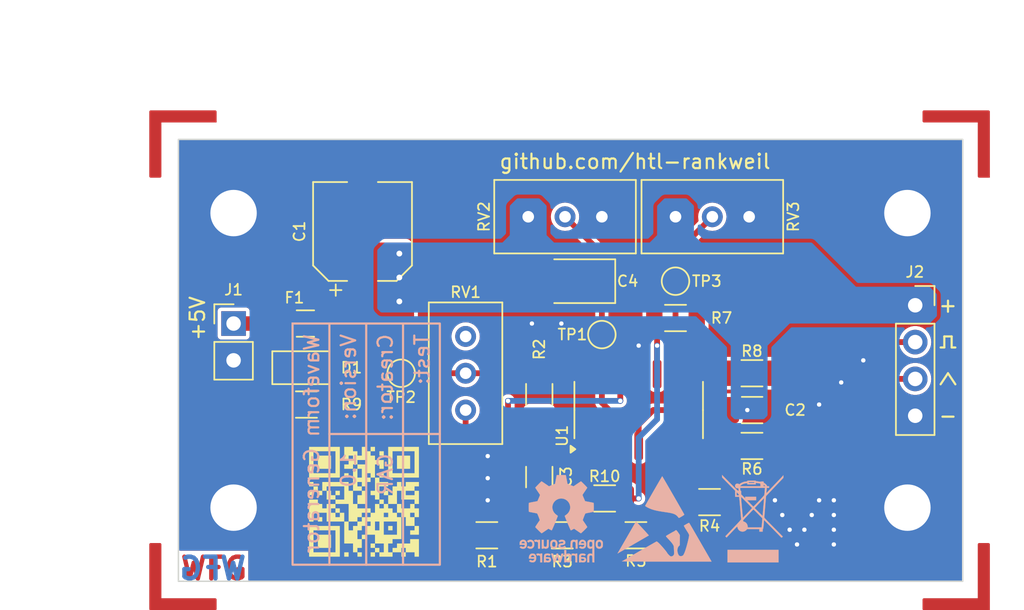
<source format=kicad_pcb>
(kicad_pcb (version 20221018) (generator pcbnew)
  (title_block (title "${acronym} - ${title}") (date "${date}") (rev "${revision}") (company "${company}") (comment 1 "${creator}") (comment 2 "${license}"))
  (layers (0 "F.Cu" signal) (31 "B.Cu" signal) (34 "B.Paste" user) (35 "F.Paste" user) (36 "B.SilkS" user "B.Silkscreen") (37 "F.SilkS" user "F.Silkscreen") (38 "B.Mask" user) (39 "F.Mask" user) (44 "Edge.Cuts" user))
  (property "acronym" "WFG")
  (property "company" "HTL-Rankweil")
  (property "creator" "GAR")
  (property "date" "2023-12-23")
  (property "license" "CC BY-NC-SA 4.0")
  (property "link" "github.com/htl-rankweil")
  (property "revision" "1.0")
  (property "title" "Waveform Generator")
  (net 0 "")
  (net 1 "+5V")
  (net 2 "GND")
  (net 3 "Net-(D1-K)")
  (net 4 "Net-(U1C-+)")
  (net 5 "Net-(U1A-+)")
  (net 6 "Net-(J1-Pin_1)")
  (net 7 "Net-(R2-Pad2)")
  (net 8 "Net-(R1-Pad2)")
  (net 9 "Net-(R4-Pad2)")
  (net 10 "Net-(C3-Pad2)")
  (net 11 "Net-(U1A--)")
  (net 12 "Net-(R7-Pad2)")
  (net 13 "Net-(U1C--)")
  (net 14 "Net-(U1B--)")
  (net 15 "Net-(J2-Pin_3)")
  (net 17 "Net-(J2-Pin_2)")
  (net 18 "Net-(U1D-+)")
  (net 19 "Net-(U1B-+)")
  (footprint "Resistor_SMD:R_1206_3216Metric" (layer "F.Cu") (at 148.087 88.7115 90)
    (fp_text reference "R2" (at 3.1135 0 90) (layer "F.SilkS") (effects (font (size 0.75 0.75) (thickness 0.12))))
    (fp_text value "4k7")
    (pad "1" smd roundrect (at -1.4625 0 90) (size 1.125 1.75) (layers "F.Cu" "F.Paste" "F.Mask") (roundrect_rratio 0.2222222222) (net 11 "Net-(U1A--)"))
    (pad "2" smd roundrect (at 1.4625 0 90) (size 1.125 1.75) (layers "F.Cu" "F.Paste" "F.Mask") (roundrect_rratio 0.2222222222) (net 7 "Net-(R2-Pad2)"))
  )
  (footprint "Fuse:Fuse_1206_3216Metric" (layer "F.Cu") (at 131.955 83.82)
    (fp_text reference "F1" (at -0.759 -1.778) (layer "F.SilkS") (effects (font (size 0.75 0.75) (thickness 0.12))))
    (fp_text value "100m")
    (pad "1" smd roundrect (at -1.4 0) (size 1.25 1.75) (layers "F.Cu" "F.Paste" "F.Mask") (roundrect_rratio 0.2) (net 6 "Net-(J1-Pin_1)"))
    (pad "2" smd roundrect (at 1.4 0) (size 1.25 1.75) (layers "F.Cu" "F.Paste" "F.Mask") (roundrect_rratio 0.2) (net 1 "+5V"))
  )
  (footprint "LED_SMD:LED_1206_3216Metric" (layer "F.Cu") (at 131.955 86.868)
    (fp_text reference "D1" (at 3.178 0) (layer "F.SilkS") (effects (font (size 0.75 0.75) (thickness 0.12))))
    (fp_text value "Green")
    (pad "1" smd roundrect (at -1.4 0) (size 1.25 1.75) (layers "F.Cu" "F.Paste" "F.Mask") (roundrect_rratio 0.2) (net 3 "Net-(D1-K)"))
    (pad "2" smd roundrect (at 1.4 0) (size 1.25 1.75) (layers "F.Cu" "F.Paste" "F.Mask") (roundrect_rratio 0.2) (net 1 "+5V"))
  )
  (footprint "Resistor_SMD:R_1206_3216Metric" (layer "F.Cu") (at 144.4695 98.425 180)
    (fp_text reference "R1" (at 0 -1.82 180) (layer "F.SilkS") (effects (font (size 0.75 0.75) (thickness 0.12))))
    (fp_text value "1k")
    (pad "1" smd roundrect (at -1.4625 0 180) (size 1.125 1.75) (layers "F.Cu" "F.Paste" "F.Mask") (roundrect_rratio 0.2222222222) (net 18 "Net-(U1D-+)"))
    (pad "2" smd roundrect (at 1.4625 0 180) (size 1.125 1.75) (layers "F.Cu" "F.Paste" "F.Mask") (roundrect_rratio 0.2222222222) (net 8 "Net-(R1-Pad2)"))
  )
  (footprint "Potentiometer_THT:Potentiometer_Bourns_3296W_Vertical" (layer "F.Cu") (at 157.485 76.454 180)
    (fp_text reference "RV3" (at -8.128 0 270) (layer "F.SilkS") (effects (font (size 0.75 0.75) (thickness 0.12))))
    (fp_text value "10k")
    (pad "1" thru_hole circle (at 0 0 180) (size 1.44 1.44) (drill 0.8) (layers "*.Cu" "*.Mask") (net 1 "+5V"))
    (pad "2" thru_hole circle (at -2.54 0 180) (size 1.44 1.44) (drill 0.8) (layers "*.Cu" "*.Mask") (net 13 "Net-(U1C--)"))
    (pad "3" thru_hole circle (at -5.08 0 180) (size 1.44 1.44) (drill 0.8) (layers "*.Cu" "*.Mask") (net 2 "GND"))
  )
  (footprint "Potentiometer_THT:Potentiometer_Bourns_3296W_Vertical" (layer "F.Cu") (at 147.325 76.454 180)
    (fp_text reference "RV2" (at 3.048 0 270) (layer "F.SilkS") (effects (font (size 0.75 0.75) (thickness 0.12))))
    (fp_text value "10k")
    (pad "1" thru_hole circle (at 0 0 180) (size 1.44 1.44) (drill 0.8) (layers "*.Cu" "*.Mask") (net 1 "+5V"))
    (pad "2" thru_hole circle (at -2.54 0 180) (size 1.44 1.44) (drill 0.8) (layers "*.Cu" "*.Mask") (net 5 "Net-(U1A-+)"))
    (pad "3" thru_hole circle (at -5.08 0 180) (size 1.44 1.44) (drill 0.8) (layers "*.Cu" "*.Mask") (net 2 "GND"))
  )
  (footprint "Connector_PinHeader_2.54mm:PinHeader_1x02_P2.54mm_Vertical" (layer "F.Cu") (at 127 83.82)
    (fp_text reference "J1" (at 0 -2.33) (layer "F.SilkS") (effects (font (size 0.75 0.75) (thickness 0.12))))
    (fp_text value "Conn_01x02_Pin")
    (pad "1" thru_hole rect (at 0 0) (size 1.7 1.7) (drill 1) (layers "*.Cu" "*.Mask") (net 6 "Net-(J1-Pin_1)"))
    (pad "2" thru_hole oval (at 0 2.54) (size 1.7 1.7) (drill 1) (layers "*.Cu" "*.Mask") (net 2 "GND"))
  )
  (footprint "Resistor_SMD:R_1206_3216Metric" (layer "F.Cu") (at 162.7575 87.249)
    (fp_text reference "R8" (at 0 -1.524) (layer "F.SilkS") (effects (font (size 0.75 0.75) (thickness 0.12))))
    (fp_text value "330")
    (pad "1" smd roundrect (at -1.4625 0) (size 1.125 1.75) (layers "F.Cu" "F.Paste" "F.Mask") (roundrect_rratio 0.2222222222) (net 12 "Net-(R7-Pad2)"))
    (pad "2" smd roundrect (at 1.4625 0) (size 1.125 1.75) (layers "F.Cu" "F.Paste" "F.Mask") (roundrect_rratio 0.2222222222) (net 17 "Net-(J2-Pin_2)"))
  )
  (footprint "Resistor_SMD:R_1206_3216Metric" (layer "F.Cu") (at 162.7575 92.264)
    (fp_text reference "R6" (at 0 1.589) (layer "F.SilkS") (effects (font (size 0.75 0.75) (thickness 0.12))))
    (fp_text value "330")
    (pad "1" smd roundrect (at -1.4625 0) (size 1.125 1.75) (layers "F.Cu" "F.Paste" "F.Mask") (roundrect_rratio 0.2222222222) (net 9 "Net-(R4-Pad2)"))
    (pad "2" smd roundrect (at 1.4625 0) (size 1.125 1.75) (layers "F.Cu" "F.Paste" "F.Mask") (roundrect_rratio 0.2222222222) (net 15 "Net-(J2-Pin_3)"))
  )
  (footprint "Capacitor_SMD:CP_Elec_6.3x4.9" (layer "F.Cu") (at 135.895 77.47 90)
    (fp_text reference "C1" (at 0 -4.35 90) (layer "F.SilkS") (effects (font (size 0.75 0.75) (thickness 0.12))))
    (fp_text value "100u")
    (pad "1" smd roundrect (at -2.8 0 90) (size 3.5 1.6) (layers "F.Cu" "F.Paste" "F.Mask") (roundrect_rratio 0.15625) (net 1 "+5V"))
    (pad "2" smd roundrect (at 2.8 0 90) (size 3.5 1.6) (layers "F.Cu" "F.Paste" "F.Mask") (roundrect_rratio 0.15625) (net 2 "GND"))
  )
  (footprint "Package_SO:SOIC-14_3.9x8.7mm_P1.27mm" (layer "F.Cu") (at 154.945 89.789 90)
    (fp_text reference "U1" (at -1.778 -5.28 90) (layer "F.SilkS") (effects (font (size 0.75 0.75) (thickness 0.12))))
    (fp_text value "LM324")
    (pad "1" smd roundrect (at -2.475 -3.81 90) (size 1.95 0.6) (layers "F.Cu" "F.Paste" "F.Mask") (net 10 "Net-(C3-Pad2)"))
    (pad "2" smd roundrect (at -2.475 -2.54 90) (size 1.95 0.6) (layers "F.Cu" "F.Paste" "F.Mask") (net 11 "Net-(U1A--)"))
    (pad "3" smd roundrect (at -2.475 -1.27 90) (size 1.95 0.6) (layers "F.Cu" "F.Paste" "F.Mask") (net 5 "Net-(U1A-+)"))
    (pad "4" smd roundrect (at -2.475 0 90) (size 1.95 0.6) (layers "F.Cu" "F.Paste" "F.Mask") (net 1 "+5V"))
    (pad "5" smd roundrect (at -2.475 1.27 90) (size 1.95 0.6) (layers "F.Cu" "F.Paste" "F.Mask") (net 19 "Net-(U1B-+)"))
    (pad "6" smd roundrect (at -2.475 2.54 90) (size 1.95 0.6) (layers "F.Cu" "F.Paste" "F.Mask") (net 14 "Net-(U1B--)"))
    (pad "7" smd roundrect (at -2.475 3.81 90) (size 1.95 0.6) (layers "F.Cu" "F.Paste" "F.Mask") (net 9 "Net-(R4-Pad2)"))
    (pad "8" smd roundrect (at 2.475 3.81 90) (size 1.95 0.6) (layers "F.Cu" "F.Paste" "F.Mask") (net 12 "Net-(R7-Pad2)"))
    (pad "9" smd roundrect (at 2.475 2.54 90) (size 1.95 0.6) (layers "F.Cu" "F.Paste" "F.Mask") (net 13 "Net-(U1C--)"))
    (pad "10" smd roundrect (at 2.475 1.27 90) (size 1.95 0.6) (layers "F.Cu" "F.Paste" "F.Mask") (net 4 "Net-(U1C-+)"))
    (pad "11" smd roundrect (at 2.475 0 90) (size 1.95 0.6) (layers "F.Cu" "F.Paste" "F.Mask") (net 2 "GND"))
    (pad "12" smd roundrect (at 2.475 -1.27 90) (size 1.95 0.6) (layers "F.Cu" "F.Paste" "F.Mask") (net 18 "Net-(U1D-+)"))
    (pad "13" smd roundrect (at 2.475 -2.54 90) (size 1.95 0.6) (layers "F.Cu" "F.Paste" "F.Mask") (net 5 "Net-(U1A-+)"))
    (pad "14" smd roundrect (at 2.475 -3.81 90) (size 1.95 0.6) (layers "F.Cu" "F.Paste" "F.Mask") (net 7 "Net-(R2-Pad2)"))
  )
  (footprint "MountingHole:MountingHole_3.2mm_M3_DIN965_Pad" (layer "F.Cu") (at 127 76.2)
    (fp_text reference "H1" hide)
    (fp_text value "MountingHole_Pad")
    (pad "1" thru_hole circle (at 0 0) (size 5.6 5.6) (drill 3.2) (layers "*.Cu" "*.Mask") (net 2 "GND"))
  )
  (footprint "TestPoint:TestPoint_Pad_D1.5mm" (layer "F.Cu") (at 157.485 80.899)
    (fp_text reference "TP3" (at 2.159 0) (layer "F.SilkS") (effects (font (size 0.75 0.75) (thickness 0.12))))
    (fp_text value "TestPoint_Probe")
    (pad "1" smd circle (at 0 0) (size 1.5 1.5) (layers "F.Cu" "F.Mask") (net 13 "Net-(U1C--)"))
  )
  (footprint "MountingHole:MountingHole_3.2mm_M3_DIN965_Pad" (layer "F.Cu") (at 173.482 96.52)
    (fp_text reference "H4" hide)
    (fp_text value "MountingHole_Pad")
    (pad "1" thru_hole circle (at 0 0) (size 5.6 5.6) (drill 3.2) (layers "*.Cu" "*.Mask") (net 2 "GND"))
  )
  (footprint "TestPoint:TestPoint_Pad_D1.5mm" (layer "F.Cu") (at 152.405 84.582)
    (fp_text reference "TP1" (at -2.032 0 180) (layer "F.SilkS") (effects (font (size 0.75 0.75) (thickness 0.12))))
    (fp_text value "TestPoint_Probe")
    (pad "1" smd circle (at 0 0) (size 1.5 1.5) (layers "F.Cu" "F.Mask") (net 5 "Net-(U1A-+)"))
  )
  (footprint "Resistor_SMD:R_1206_3216Metric" (layer "F.Cu") (at 149.6725 98.425 180)
    (fp_text reference "R3" (at 0 -1.82 180) (layer "F.SilkS") (effects (font (size 0.75 0.75) (thickness 0.12))))
    (fp_text value "1k")
    (pad "1" smd roundrect (at -1.4625 0 180) (size 1.125 1.75) (layers "F.Cu" "F.Paste" "F.Mask") (roundrect_rratio 0.2222222222) (net 10 "Net-(C3-Pad2)"))
    (pad "2" smd roundrect (at 1.4625 0 180) (size 1.125 1.75) (layers "F.Cu" "F.Paste" "F.Mask") (roundrect_rratio 0.2222222222) (net 18 "Net-(U1D-+)"))
  )
  (footprint "Resistor_SMD:R_1206_3216Metric" (layer "F.Cu") (at 154.7525 98.425)
    (fp_text reference "R5" (at 0 1.778) (layer "F.SilkS") (effects (font (size 0.75 0.75) (thickness 0.12))))
    (fp_text value "1k")
    (pad "1" smd roundrect (at -1.4625 0) (size 1.125 1.75) (layers "F.Cu" "F.Paste" "F.Mask") (roundrect_rratio 0.2222222222) (net 10 "Net-(C3-Pad2)"))
    (pad "2" smd roundrect (at 1.4625 0) (size 1.125 1.75) (layers "F.Cu" "F.Paste" "F.Mask") (roundrect_rratio 0.2222222222) (net 19 "Net-(U1B-+)"))
  )
  (footprint "Images:QR_0x007e" (layer "F.Cu") (at 136.149 96.266)
    (fp_text reference "FID4" hide)
    (fp_text value "QR" hide)
  )
  (footprint "Resistor_SMD:R_1206_3216Metric" (layer "F.Cu") (at 152.5975 95.885)
    (fp_text reference "R10" (at 0 -1.524) (layer "F.SilkS") (effects (font (size 0.75 0.75) (thickness 0.12))))
    (fp_text value "1k")
    (pad "1" smd roundrect (at -1.4625 0) (size 1.125 1.75) (layers "F.Cu" "F.Paste" "F.Mask") (roundrect_rratio 0.2222222222) (net 10 "Net-(C3-Pad2)"))
    (pad "2" smd roundrect (at 1.4625 0) (size 1.125 1.75) (layers "F.Cu" "F.Paste" "F.Mask") (roundrect_rratio 0.2222222222) (net 4 "Net-(U1C-+)"))
  )
  (footprint "MountingHole:MountingHole_3.2mm_M3_DIN965_Pad" (layer "F.Cu") (at 127 96.52)
    (fp_text reference "H2" hide)
    (fp_text value "MountingHole_Pad")
    (pad "1" thru_hole circle (at 0 0) (size 5.6 5.6) (drill 3.2) (layers "*.Cu" "*.Mask") (net 2 "GND"))
  )
  (footprint "Resistor_SMD:R_1206_3216Metric" (layer "F.Cu") (at 157.485 83.439)
    (fp_text reference "R7" (at 3.175 0) (layer "F.SilkS") (effects (font (size 0.75 0.75) (thickness 0.12))))
    (fp_text value "1Meg")
    (pad "1" smd roundrect (at -1.4625 0) (size 1.125 1.75) (layers "F.Cu" "F.Paste" "F.Mask") (roundrect_rratio 0.2222222222) (net 4 "Net-(U1C-+)"))
    (pad "2" smd roundrect (at 1.4625 0) (size 1.125 1.75) (layers "F.Cu" "F.Paste" "F.Mask") (roundrect_rratio 0.2222222222) (net 12 "Net-(R7-Pad2)"))
  )
  (footprint "Resistor_SMD:R_1206_3216Metric" (layer "F.Cu") (at 159.8325 96.139)
    (fp_text reference "R4" (at 0 1.651) (layer "F.SilkS") (effects (font (size 0.75 0.75) (thickness 0.12))))
    (fp_text value "1k")
    (pad "1" smd roundrect (at -1.4625 0) (size 1.125 1.75) (layers "F.Cu" "F.Paste" "F.Mask") (roundrect_rratio 0.2222222222) (net 14 "Net-(U1B--)"))
    (pad "2" smd roundrect (at 1.4625 0) (size 1.125 1.75) (layers "F.Cu" "F.Paste" "F.Mask") (roundrect_rratio 0.2222222222) (net 9 "Net-(R4-Pad2)"))
  )
  (footprint "Connector_PinSocket_2.54mm:PinSocket_1x04_P2.54mm_Vertical" (layer "F.Cu") (at 174.02 82.56)
    (fp_text reference "J2" (at -0.025 -2.296) (layer "F.SilkS") (effects (font (size 0.75 0.75) (thickness 0.12))))
    (fp_text value "Conn_01x04_Socket")
    (pad "1" thru_hole rect (at 0 0) (size 1.7 1.7) (drill 1) (layers "*.Cu" "*.Mask") (net 1 "+5V"))
    (pad "2" thru_hole oval (at 0 2.54) (size 1.7 1.7) (drill 1) (layers "*.Cu" "*.Mask") (net 17 "Net-(J2-Pin_2)"))
    (pad "3" thru_hole oval (at 0 5.08) (size 1.7 1.7) (drill 1) (layers "*.Cu" "*.Mask") (net 15 "Net-(J2-Pin_3)"))
    (pad "4" thru_hole oval (at 0 7.62) (size 1.7 1.7) (drill 1) (layers "*.Cu" "*.Mask") (net 2 "GND"))
  )
  (footprint "Capacitor_Tantalum_SMD:CP_EIA-3528-21_Kemet-B" (layer "F.Cu") (at 150.8675 80.899 180)
    (fp_text reference "C4" (at -3.3155 0 180) (layer "F.SilkS") (effects (font (size 0.75 0.75) (thickness 0.12))))
    (fp_text value "1u")
    (pad "1" smd roundrect (at -1.5375 0 180) (size 1.325 2.35) (layers "F.Cu" "F.Paste" "F.Mask") (roundrect_rratio 0.1886792453) (net 5 "Net-(U1A-+)"))
    (pad "2" smd roundrect (at 1.5375 0 180) (size 1.325 2.35) (layers "F.Cu" "F.Paste" "F.Mask") (roundrect_rratio 0.1886792453) (net 2 "GND"))
  )
  (footprint "MountingHole:MountingHole_3.2mm_M3_DIN965_Pad" (layer "F.Cu") (at 173.482 76.2)
    (fp_text reference "H3" hide)
    (fp_text value "MountingHole_Pad")
    (pad "1" thru_hole circle (at 0 0) (size 5.6 5.6) (drill 3.2) (layers "*.Cu" "*.Mask") (net 2 "GND"))
  )
  (footprint "Capacitor_SMD:C_1206_3216Metric" (layer "F.Cu") (at 162.77 89.789)
    (fp_text reference "C2" (at 2.97 0) (layer "F.SilkS") (effects (font (size 0.75 0.75) (thickness 0.12))))
    (fp_text value "100n")
    (pad "1" smd roundrect (at -1.475 0) (size 1.15 1.8) (layers "F.Cu" "F.Paste" "F.Mask") (roundrect_rratio 0.2173913043) (net 1 "+5V"))
    (pad "2" smd roundrect (at 1.475 0) (size 1.15 1.8) (layers "F.Cu" "F.Paste" "F.Mask") (roundrect_rratio 0.2173913043) (net 2 "GND"))
  )
  (footprint "Capacitor_SMD:C_1206_3216Metric" (layer "F.Cu") (at 148.087 94.41 -90)
    (fp_text reference "C3" (at 0 -1.85 -90) (layer "F.SilkS") (effects (font (size 0.75 0.75) (thickness 0.12))))
    (fp_text value "100n")
    (pad "1" smd roundrect (at -1.475 0 270) (size 1.15 1.8) (layers "F.Cu" "F.Paste" "F.Mask") (roundrect_rratio 0.2173913043) (net 11 "Net-(U1A--)"))
    (pad "2" smd roundrect (at 1.475 0 270) (size 1.15 1.8) (layers "F.Cu" "F.Paste" "F.Mask") (roundrect_rratio 0.2173913043) (net 10 "Net-(C3-Pad2)"))
  )
  (footprint "Potentiometer_THT:Potentiometer_Bourns_3296W_Vertical" (layer "F.Cu") (at 143.007 89.789 -90)
    (fp_text reference "RV1" (at -8.128 0) (layer "F.SilkS") (effects (font (size 0.75 0.75) (thickness 0.12))))
    (fp_text value "10k")
    (pad "1" thru_hole circle (at 0 0 270) (size 1.44 1.44) (drill 0.8) (layers "*.Cu" "*.Mask") (net 8 "Net-(R1-Pad2)"))
    (pad "2" thru_hole circle (at -2.54 0 270) (size 1.44 1.44) (drill 0.8) (layers "*.Cu" "*.Mask") (net 7 "Net-(R2-Pad2)"))
    (pad "3" thru_hole circle (at -5.08 0 270) (size 1.44 1.44) (drill 0.8) (layers "*.Cu" "*.Mask"))
  )
  (footprint "Resistor_SMD:R_1206_3216Metric" (layer "F.Cu") (at 132.0235 89.408)
    (fp_text reference "R9" (at 3.1095 0) (layer "F.SilkS") (effects (font (size 0.75 0.75) (thickness 0.12))))
    (fp_text value "270")
    (pad "1" smd roundrect (at -1.4625 0) (size 1.125 1.75) (layers "F.Cu" "F.Paste" "F.Mask") (roundrect_rratio 0.2222222222) (net 3 "Net-(D1-K)"))
    (pad "2" smd roundrect (at 1.4625 0) (size 1.125 1.75) (layers "F.Cu" "F.Paste" "F.Mask") (roundrect_rratio 0.2222222222) (net 2 "GND"))
  )
  (footprint "TestPoint:TestPoint_Pad_D1.5mm" (layer "F.Cu") (at 138.562 87.249)
    (fp_text reference "TP2" (at 0 1.651) (layer "F.SilkS") (effects (font (size 0.75 0.75) (thickness 0.12))))
    (fp_text value "TestPoint_Probe")
    (pad "1" smd circle (at 0 0) (size 1.5 1.5) (layers "F.Cu" "F.Mask") (net 7 "Net-(R2-Pad2)"))
  )
  (footprint "Symbol:WEEE-Logo_4.2x6mm_SilkScreen" (layer "B.Cu") (at 162.819 97.282 180)
    (fp_text reference "FID2" hide)
    (fp_text value "Waste" hide)
  )
  (footprint "Symbol:ESD-Logo_6.6x6mm_SilkScreen" (layer "B.Cu") (at 156.723 97.282 180)
    (fp_text reference "FID1" hide)
    (fp_text value "ESD" hide)
  )
  (footprint "Symbol:OSHW-Logo_5.7x6mm_SilkScreen" (layer "B.Cu") (at 149.611 97.282 180)
    (fp_text reference "FID3" hide)
    (fp_text value "OH" hide)
  )
  (gr_poly (pts (xy 174.625 69.85) (xy 174.625 69.215) (xy 179.07 69.215) (xy 179.07 73.66) (xy 178.435 73.66) (xy 178.435 69.85)) (stroke (width 0.2)) (fill solid) (layer "F.Cu"))
  (gr_line (start 127.513 90.17) (end 127.513 91.44) (stroke (width 0.2)) (layer "F.Cu"))
  (gr_poly (pts (xy 174.625 102.87) (xy 174.625 103.505) (xy 179.07 103.505) (xy 179.07 99.06) (xy 178.435 99.06) (xy 178.435 102.87)) (stroke (width 0.2)) (fill solid) (layer "F.Cu"))
  (gr_line (start 126.243 91.44) (end 126.878 90.17) (stroke (width 0.2)) (layer "F.Cu"))
  (gr_line (start 125.608 90.17) (end 126.243 91.44) (stroke (width 0.2)) (layer "F.Cu"))
  (gr_poly (pts (xy 125.73 102.87) (xy 125.73 103.505) (xy 121.285 103.505) (xy 121.285 99.06) (xy 121.92 99.06) (xy 121.92 102.87)) (stroke (width 0.2)) (fill solid) (layer "F.Cu"))
  (gr_poly (pts (xy 125.73 69.85) (xy 125.73 69.215) (xy 121.285 69.215) (xy 121.285 73.66) (xy 121.92 73.66) (xy 121.92 69.85) (xy 122.555 69.85)) (stroke (width 0.2)) (fill solid) (layer "F.Cu"))
  (gr_rect (start 131.069 83.82) (end 141.229 100.457) (stroke (width 0.15)) (fill none) (layer "B.SilkS"))
  (gr_line (start 133.609 91.44) (end 141.229 91.44) (stroke (width 0.15)) (layer "B.SilkS"))
  (gr_line (start 133.609 83.82) (end 133.609 100.457) (stroke (width 0.15)) (layer "B.SilkS"))
  (gr_line (start 136.149 83.82) (end 136.149 100.457) (stroke (width 0.15)) (layer "B.SilkS"))
  (gr_line (start 138.689 83.82) (end 138.689 100.457) (stroke (width 0.15)) (layer "B.SilkS"))
  (gr_line (start 176.027 85.471) (end 176.027 84.709) (stroke (width 0.15)) (layer "F.SilkS"))
  (gr_line (start 176.535 85.471) (end 176.789 85.471) (stroke (width 0.15)) (layer "F.SilkS"))
  (gr_line (start 175.773 85.471) (end 176.027 85.471) (stroke (width 0.15)) (layer "F.SilkS"))
  (gr_line (start 176.027 84.709) (end 176.535 84.709) (stroke (width 0.15)) (layer "F.SilkS"))
  (gr_line (start 176.281 87.249) (end 176.789 88.011) (stroke (width 0.15)) (layer "F.SilkS"))
  (gr_line (start 176.535 84.709) (end 176.535 85.471) (stroke (width 0.15)) (layer "F.SilkS"))
  (gr_line (start 175.773 88.011) (end 176.281 87.249) (stroke (width 0.15)) (layer "F.SilkS"))
  (gr_rect (start 123.195 71.12) (end 177.297 101.6) (stroke (width 0.1)) (fill none) (layer "Edge.Cuts"))
  (gr_text "${acronym}" (at 123.195 101.6) (layer "F.Cu") (effects (font (size 1.5 1.5) (thickness 0.3) bold) (justify left bottom)))
  (gr_text "${acronym}" (at 128.021 101.6) (layer "B.Cu") (effects (font (size 1.5 1.5) (thickness 0.3) bold) (justify left bottom mirror)))
  (gr_text "Creator:   ${creator}" (at 138.054 84.455 90) (layer "B.SilkS") (effects (font (size 1 1)) (justify left bottom mirror)))
  (gr_text "Test:" (at 140.594 84.455 90) (layer "B.SilkS") (effects (font (size 1 1)) (justify left bottom mirror)))
  (gr_text "Version:   ${revision}" (at 135.514 84.455 90) (layer "B.SilkS") (effects (font (size 1 1)) (justify left bottom mirror)))
  (gr_text "${title}" (at 132.974 84.455 90) (layer "B.SilkS") (effects (font (size 1 1)) (justify left bottom mirror)))
  (gr_text "+5V" (at 125.095 85.09 90) (layer "F.SilkS") (effects (font (size 1 1)) (justify left bottom)))
  (gr_text "+" (at 176.281 82.55) (layer "F.SilkS") (effects (font (size 1 1))))
  (gr_text "-" (at 176.281 90.17) (layer "F.SilkS") (effects (font (size 1 1))))
  (gr_text "${link}" (at 154.691 72.644) (layer "F.SilkS") (effects (font (size 1 1))))
  (segment (start 161.295 89.789) (end 162.438 89.789) (width 0.4) (layer "F.Cu") (net 1))
  (segment (start 133.355 83.82) (end 133.355 86.868) (width 0.6) (layer "F.Cu") (net 1))
  (segment (start 154.945 90.793) (end 155.949 89.789) (width 0.4) (layer "F.Cu") (net 1))
  (segment (start 154.945 92.264) (end 154.945 90.793) (width 0.4) (layer "F.Cu") (net 1))
  (segment (start 155.949 89.789) (end 161.09 89.789) (width 0.4) (layer "F.Cu") (net 1))
  (via (at 162.438 89.789) (size 0.4) (drill 0.3) (layers "F.Cu" "B.Cu") (net 1))
  (via (at 138.435 80.645) (size 0.6) (drill 0.4) (layers "F.Cu" "B.Cu") (net 1))
  (via (at 138.435 78.994) (size 0.6) (drill 0.4) (layers "F.Cu" "B.Cu") (net 1))
  (via (at 138.435 82.296) (size 0.6) (drill 0.4) (layers "F.Cu" "B.Cu") (net 1))
  (via (at 154.945 85.344) (size 0.4) (drill 0.3) (layers "F.Cu" "B.Cu") (net 2))
  (via (at 164.343 96.012) (size 0.4) (drill 0.3) (layers "F.Cu" "B.Cu") (net 2))
  (via (at 167.391 96.012) (size 0.4) (drill 0.3) (layers "F.Cu" "B.Cu") (net 2))
  (via (at 168.407 99.06) (size 0.4) (drill 0.3) (layers "F.Cu" "B.Cu") (net 2))
  (via (at 168.915 87.884) (size 0.4) (drill 0.3) (layers "F.Cu" "B.Cu") (net 2))
  (via (at 144.531 96.012) (size 0.4) (drill 0.3) (layers "F.Cu" "B.Cu") (net 2))
  (via (at 170.439 86.36) (size 0.4) (drill 0.3) (layers "F.Cu" "B.Cu") (net 2))
  (via (at 168.407 96.012) (size 0.4) (drill 0.3) (layers "F.Cu" "B.Cu") (net 2))
  (via (at 165.359 98.044) (size 0.4) (drill 0.3) (layers "F.Cu" "B.Cu") (net 2))
  (via (at 149.611 83.82) (size 0.4) (drill 0.3) (layers "F.Cu" "B.Cu") (net 2))
  (via (at 144.531 92.964) (size 0.4) (drill 0.3) (layers "F.Cu" "B.Cu") (net 2))
  (via (at 166.883 97.028) (size 0.4) (drill 0.3) (layers "F.Cu" "B.Cu") (net 2))
  (via (at 166.375 98.044) (size 0.4) (drill 0.3) (layers "F.Cu" "B.Cu") (net 2))
  (via (at 165.867 99.06) (size 0.4) (drill 0.3) (layers "F.Cu" "B.Cu") (net 2))
  (via (at 167.391 89.408) (size 0.4) (drill 0.3) (layers "F.Cu" "B.Cu") (net 2))
  (via (at 144.531 94.488) (size 0.4) (drill 0.3) (layers "F.Cu" "B.Cu") (net 2))
  (via (at 147.579 83.82) (size 0.4) (drill 0.3) (layers "F.Cu" "B.Cu") (net 2))
  (via (at 168.407 98.044) (size 0.4) (drill 0.3) (layers "F.Cu" "B.Cu") (net 2))
  (via (at 164.851 97.028) (size 0.4) (drill 0.3) (layers "F.Cu" "B.Cu") (net 2))
  (via (at 168.407 97.028) (size 0.4) (drill 0.3) (layers "F.Cu" "B.Cu") (net 2))
  (segment (start 130.555 89.402) (end 130.561 89.408) (width 0.6) (layer "F.Cu") (net 3))
  (segment (start 130.555 86.868) (end 130.555 89.402) (width 0.6) (layer "F.Cu") (net 3))
  (segment (start 154.945 95.885) (end 154.06 95.885) (width 0.4) (layer "F.Cu") (net 4))
  (segment (start 156.215 87.314) (end 156.215 85.344) (width 0.4) (layer "F.Cu") (net 4))
  (segment (start 156.215 83.6315) (end 156.0225 83.439) (width 0.4) (layer "F.Cu") (net 4))
  (segment (start 156.215 86.679) (end 156.215 83.6315) (width 0.4) (layer "F.Cu") (net 4))
  (via (at 156.215 85.344) (size 0.4) (drill 0.3) (layers "F.Cu" "B.Cu") (net 4))
  (via (at 154.945 95.885) (size 0.4) (drill 0.3) (layers "F.Cu" "B.Cu") (net 4))
  (segment (start 156.215 85.344) (end 156.215 90.424) (width 0.4) (layer "B.Cu") (net 4))
  (segment (start 154.945 91.694) (end 154.945 95.885) (width 0.4) (layer "B.Cu") (net 4))
  (segment (start 156.215 90.424) (end 154.945 91.694) (width 0.4) (layer "B.Cu") (net 4))
  (segment (start 152.405 86.679) (end 152.405 78.994) (width 0.4) (layer "F.Cu") (net 5))
  (segment (start 152.405 78.994) (end 149.865 76.454) (width 0.4) (layer "F.Cu") (net 5))
  (segment (start 152.405 89.281) (end 153.675 90.551) (width 0.4) (layer "F.Cu") (net 5))
  (segment (start 152.405 87.314) (end 152.405 89.281) (width 0.4) (layer "F.Cu") (net 5))
  (segment (start 153.675 90.551) (end 153.675 92.264) (width 0.4) (layer "F.Cu") (net 5))
  (segment (start 127 83.82) (end 130.177 83.82) (width 1) (layer "F.Cu") (net 6))
  (segment (start 148.087 87.249) (end 143.007 87.249) (width 0.4) (layer "F.Cu") (net 7))
  (segment (start 143.007 87.249) (end 138.562 87.249) (width 0.4) (layer "F.Cu") (net 7))
  (segment (start 148.152 87.314) (end 148.087 87.249) (width 0.4) (layer "F.Cu") (net 7))
  (segment (start 151.135 87.314) (end 148.152 87.314) (width 0.4) (layer "F.Cu") (net 7))
  (segment (start 143.007 89.789) (end 143.007 98.425) (width 0.4) (layer "F.Cu") (net 8))
  (segment (start 161.295 96.139) (end 161.295 92.264) (width 0.4) (layer "F.Cu") (net 9))
  (segment (start 158.755 92.264) (end 161.295 92.264) (width 0.4) (layer "F.Cu") (net 9))
  (segment (start 151.135 98.425) (end 151.135 95.885) (width 0.4) (layer "F.Cu") (net 10))
  (segment (start 153.29 98.425) (end 151.135 98.425) (width 0.4) (layer "F.Cu") (net 10))
  (segment (start 151.135 92.264) (end 151.135 95.885) (width 0.4) (layer "F.Cu") (net 10))
  (segment (start 150.627 95.885) (end 148.087 95.885) (width 0.4) (layer "F.Cu") (net 10))
  (segment (start 152.405 91.28488) (end 152.405 92.264) (width 0.4) (layer "F.Cu") (net 11))
  (segment (start 151.29412 90.174) (end 152.405 91.28488) (width 0.4) (layer "F.Cu") (net 11))
  (segment (start 148.087 92.935) (end 148.087 90.174) (width 0.4) (layer "F.Cu") (net 11))
  (segment (start 148.087 90.174) (end 151.29412 90.174) (width 0.4) (layer "F.Cu") (net 11))
  (segment (start 158.755 83.6315) (end 158.9475 83.439) (width 0.4) (layer "F.Cu") (net 12))
  (segment (start 161.1025 87.249) (end 158.82 87.249) (width 0.4) (layer "F.Cu") (net 12))
  (segment (start 158.82 87.249) (end 158.755 87.314) (width 0.4) (layer "F.Cu") (net 12))
  (segment (start 158.755 86.679) (end 158.755 83.6315) (width 0.4) (layer "F.Cu") (net 12))
  (segment (start 157.485 78.994) (end 160.025 76.454) (width 0.4) (layer "F.Cu") (net 13))
  (segment (start 157.485 86.679) (end 157.485 78.994) (width 0.4) (layer "F.Cu") (net 13))
  (segment (start 157.485 92.264) (end 157.485 95.254) (width 0.4) (layer "F.Cu") (net 14))
  (segment (start 157.485 95.254) (end 158.37 96.139) (width 0.4) (layer "F.Cu") (net 14))
  (segment (start 171.7625 87.64) (end 174.02 87.64) (width 0.4) (layer "F.Cu") (net 15))
  (segment (start 164.22 92.264) (end 167.1385 92.264) (width 0.4) (layer "F.Cu") (net 15))
  (segment (start 167.1385 92.264) (end 171.7625 87.64) (width 0.4) (layer "F.Cu") (net 15))
  (segment (start 169.54 85.1) (end 174.02 85.1) (width 0.4) (layer "F.Cu") (net 17))
  (segment (start 164.22 87.249) (end 167.391 87.249) (width 0.4) (layer "F.Cu") (net 17))
  (segment (start 167.391 87.249) (end 169.54 85.1) (width 0.4) (layer "F.Cu") (net 17))
  (segment (start 153.675 89.154) (end 153.675 87.314) (width 0.4) (layer "F.Cu") (net 18))
  (segment (start 148.21 98.425) (end 145.932 98.425) (width 0.4) (layer "F.Cu") (net 18))
  (segment (start 145.932 89.154) (end 145.932 98.425) (width 0.4) (layer "F.Cu") (net 18))
  (via (at 153.675 89.154) (size 0.4) (drill 0.3) (layers "F.Cu" "B.Cu") (net 18))
  (via (at 145.932 89.154) (size 0.4) (drill 0.3) (layers "F.Cu" "B.Cu") (net 18))
  (segment (start 145.932 89.154) (end 153.675 89.154) (width 0.4) (layer "B.Cu") (net 18))
  (segment (start 156.215 92.264) (end 156.215 98.425) (width 0.4) (layer "F.Cu") (net 19))
  (zone (net 1) (net_name "+5V") (layer "F.Cu") (priority 1) (connect_pads yes (clearance 0.254)) (min_thickness 0.254) (fill yes (thermal_gap 0.5) (thermal_bridge_width 0.5))
    (polygon (pts (xy 132.339 84.328) (xy 132.339 78.74) (xy 132.847 78.232) (xy 138.943 78.232) (xy 139.451 78.74) (xy 139.451 84.328) (xy 138.943 84.836) (xy 132.847 84.836)))
  )
  (zone (net 2) (net_name "GND") (layers "F&B.Cu") (connect_pads yes (clearance 0.254)) (min_thickness 0.254) (fill yes (thermal_gap 0.5) (thermal_bridge_width 0.5))
    (polygon (pts (xy 123.195 71.12) (xy 177.297 71.12) (xy 177.297 101.6) (xy 123.195 101.6)))
  )
  (zone (net 1) (net_name "+5V") (layer "B.Cu") (priority 3) (connect_pads yes (clearance 0.254)) (min_thickness 0.254) (fill yes (thermal_gap 0.5) (thermal_bridge_width 0.5))
    (polygon (pts (xy 137.419 78.232) (xy 145.547 78.232) (xy 146.055 77.724) (xy 146.055 75.692) (xy 146.563 75.184) (xy 148.087 75.184) (xy 148.595 75.692) (xy 148.595 77.724) (xy 149.103 78.232) (xy 155.707 78.232) (xy 156.215 77.724) (xy 156.215 75.692) (xy 156.723 75.184) (xy 158.247 75.184) (xy 158.755 75.692) (xy 158.755 77.724) (xy 159.263 78.232) (xy 166.883 78.232) (xy 169.931 81.28) (xy 175.011 81.28) (xy 175.519 81.788) (xy 175.519 83.312) (xy 175.011 83.82) (xy 165.359 83.82) (xy 163.835 85.344) (xy 163.835 90.17) (xy 163.581 90.424) (xy 161.549 90.424) (xy 161.295 90.17) (xy 161.295 85.344) (xy 159.009 83.058) (xy 137.165 83.058) (xy 136.911 82.804) (xy 136.911 78.74)))
  )
)
</source>
